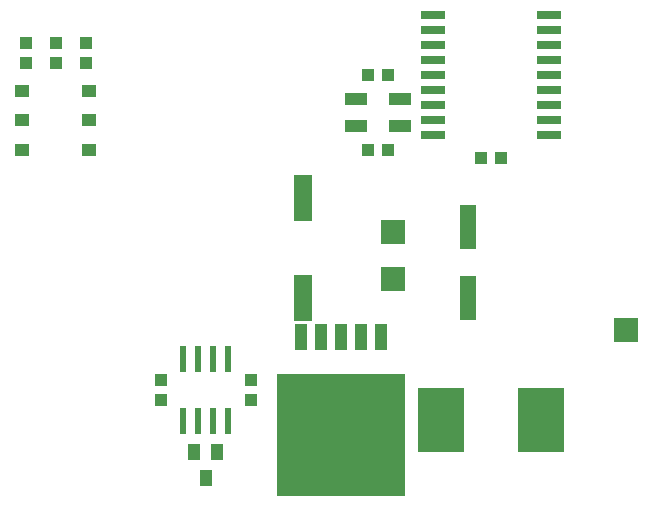
<source format=gtp>
G75*
G70*
%OFA0B0*%
%FSLAX24Y24*%
%IPPOS*%
%LPD*%
%AMOC8*
5,1,8,0,0,1.08239X$1,22.5*
%
%ADD10R,0.4252X0.4098*%
%ADD11R,0.0420X0.0850*%
%ADD12R,0.0630X0.1535*%
%ADD13R,0.0551X0.1496*%
%ADD14R,0.1575X0.2165*%
%ADD15R,0.0787X0.0787*%
%ADD16R,0.0800X0.0260*%
%ADD17R,0.0240X0.0870*%
%ADD18R,0.0748X0.0433*%
%ADD19R,0.0433X0.0394*%
%ADD20R,0.0394X0.0433*%
%ADD21R,0.0800X0.0800*%
%ADD22R,0.0453X0.0394*%
%ADD23R,0.0394X0.0551*%
D10*
X016500Y005000D03*
D11*
X016500Y008280D03*
X015830Y008280D03*
X015160Y008280D03*
X017170Y008280D03*
X017840Y008280D03*
D12*
X015250Y009577D03*
X015250Y012923D03*
D13*
X020750Y011931D03*
X020750Y009569D03*
D14*
X019827Y005500D03*
X023173Y005500D03*
D15*
X018250Y010213D03*
X018250Y011787D03*
D16*
X019570Y015000D03*
X019570Y015500D03*
X019570Y016000D03*
X019570Y016500D03*
X019570Y017000D03*
X019570Y017500D03*
X019570Y018000D03*
X019570Y018500D03*
X019570Y019000D03*
X023430Y019000D03*
X023430Y018500D03*
X023430Y018000D03*
X023430Y017500D03*
X023430Y017000D03*
X023430Y016500D03*
X023430Y016000D03*
X023430Y015500D03*
X023430Y015000D03*
D17*
X012750Y007530D03*
X012250Y007530D03*
X011750Y007530D03*
X011250Y007530D03*
X011250Y005470D03*
X011750Y005470D03*
X012250Y005470D03*
X012750Y005470D03*
D18*
X017022Y015297D03*
X017022Y016203D03*
X018478Y016203D03*
X018478Y015297D03*
D19*
X018085Y014500D03*
X017415Y014500D03*
X017415Y017000D03*
X018085Y017000D03*
X021165Y014250D03*
X021835Y014250D03*
D20*
X010500Y006165D03*
X010500Y006835D03*
X013500Y006835D03*
X013500Y006165D03*
X008000Y017415D03*
X008000Y018085D03*
X007000Y018085D03*
X007000Y017415D03*
X006000Y017415D03*
X006000Y018085D03*
D21*
X026000Y008500D03*
D22*
X008112Y014516D03*
X008112Y015500D03*
X008112Y016484D03*
X005888Y016484D03*
X005888Y015500D03*
X005888Y014516D03*
D23*
X011626Y004433D03*
X012374Y004433D03*
X012000Y003567D03*
M02*

</source>
